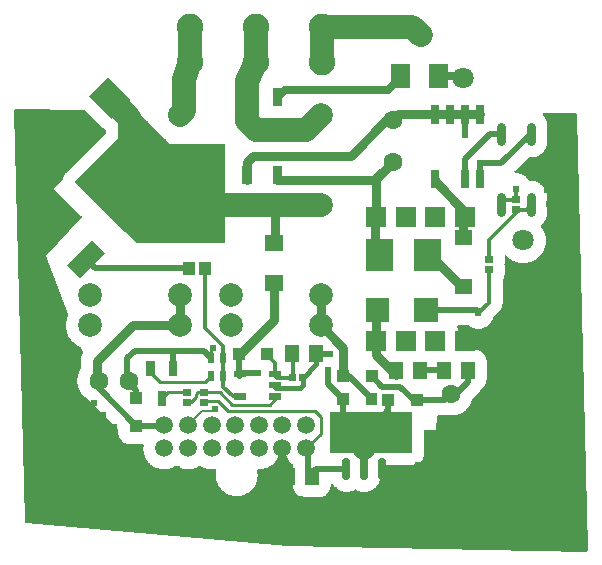
<source format=gbl>
G04 Layer: BottomLayer*
G04 EasyEDA v6.3.22, 2020-02-05T09:45:25+02:00*
G04 0beb7f22875c416991f5e4e823d3f9f6,afbe6106ea7c444a8181c1b12ab228e2,10*
G04 Gerber Generator version 0.2*
G04 Scale: 100 percent, Rotated: No, Reflected: No *
G04 Dimensions in inches *
G04 leading zeros omitted , absolute positions ,2 integer and 4 decimal *
%FSLAX24Y24*%
%MOIN*%
G90*
G70D02*

%ADD10C,0.010000*%
%ADD11C,0.008000*%
%ADD12C,0.020000*%
%ADD13C,0.080000*%
%ADD14C,0.030000*%
%ADD15C,0.012000*%
%ADD16C,0.025000*%
%ADD17C,0.024000*%
%ADD25R,0.070000X0.070000*%
%ADD26C,0.070866*%
%ADD27C,0.088583*%
%ADD28C,0.062992*%
%ADD29C,0.078740*%
%ADD30C,0.059055*%
%ADD31C,0.016000*%
%ADD32C,0.027559*%
%ADD33C,0.031496*%

%LPD*%
G36*
G01X-236Y13488D02*
G01X-242Y13488D01*
G01X-248Y13486D01*
G01X-258Y13482D01*
G01X-263Y13478D01*
G01X-267Y13474D01*
G01X-270Y13470D01*
G01X-273Y13465D01*
G01X-275Y13459D01*
G01X-276Y13454D01*
G01X-276Y13447D01*
G01X85Y-270D01*
G01X85Y-276D01*
G01X87Y-282D01*
G01X89Y-287D01*
G01X92Y-292D01*
G01X96Y-297D01*
G01X100Y-301D01*
G01X105Y-304D01*
G01X110Y-306D01*
G01X116Y-308D01*
G01X121Y-309D01*
G01X8834Y-1056D01*
G01X8837Y-1056D01*
G01X18794Y-1255D01*
G01X18800Y-1255D01*
G01X18806Y-1254D01*
G01X18811Y-1252D01*
G01X18816Y-1249D01*
G01X18821Y-1245D01*
G01X18825Y-1241D01*
G01X18828Y-1237D01*
G01X18831Y-1232D01*
G01X18833Y-1226D01*
G01X18834Y-1221D01*
G01X18835Y-1215D01*
G01X18835Y-1214D01*
G01X18476Y13310D01*
G01X18474Y13322D01*
G01X18468Y13332D01*
G01X18464Y13337D01*
G01X18459Y13341D01*
G01X18454Y13344D01*
G01X18448Y13347D01*
G01X18436Y13349D01*
G01X17375Y13356D01*
G01X17369Y13356D01*
G01X17364Y13355D01*
G01X17358Y13353D01*
G01X17353Y13350D01*
G01X17349Y13347D01*
G01X17345Y13343D01*
G01X17341Y13338D01*
G01X17338Y13333D01*
G01X17336Y13328D01*
G01X17335Y13322D01*
G01X17335Y13311D01*
G01X17339Y13299D01*
G01X17345Y13289D01*
G01X17360Y13273D01*
G01X17374Y13256D01*
G01X17400Y13220D01*
G01X17412Y13202D01*
G01X17423Y13183D01*
G01X17433Y13164D01*
G01X17443Y13144D01*
G01X17452Y13124D01*
G01X17460Y13103D01*
G01X17467Y13083D01*
G01X17473Y13062D01*
G01X17479Y13040D01*
G01X17483Y13019D01*
G01X17487Y12997D01*
G01X17490Y12976D01*
G01X17494Y12932D01*
G01X17494Y12417D01*
G01X17493Y12395D01*
G01X17490Y12374D01*
G01X17488Y12353D01*
G01X17484Y12332D01*
G01X17474Y12290D01*
G01X17468Y12270D01*
G01X17461Y12249D01*
G01X17454Y12229D01*
G01X17445Y12210D01*
G01X17436Y12190D01*
G01X17426Y12171D01*
G01X17416Y12153D01*
G01X17404Y12134D01*
G01X17392Y12117D01*
G01X17380Y12099D01*
G01X17367Y12083D01*
G01X17353Y12066D01*
G01X17323Y12036D01*
G01X17307Y12021D01*
G01X17291Y12007D01*
G01X17257Y11981D01*
G01X17239Y11969D01*
G01X17221Y11958D01*
G01X17202Y11947D01*
G01X17183Y11938D01*
G01X17164Y11928D01*
G01X17124Y11912D01*
G01X17084Y11900D01*
G01X17063Y11894D01*
G01X17021Y11886D01*
G01X17000Y11883D01*
G01X16978Y11881D01*
G01X16957Y11880D01*
G01X16905Y11880D01*
G01X16874Y11883D01*
G01X16864Y11883D01*
G01X16852Y11879D01*
G01X16846Y11876D01*
G01X16842Y11871D01*
G01X16402Y11432D01*
G01X16398Y11427D01*
G01X16395Y11422D01*
G01X16391Y11410D01*
G01X16391Y11398D01*
G01X16392Y11393D01*
G01X16394Y11387D01*
G01X16397Y11382D01*
G01X16409Y11370D01*
G01X16419Y11366D01*
G01X16425Y11364D01*
G01X16457Y11364D01*
G01X16477Y11362D01*
G01X16498Y11360D01*
G01X16519Y11357D01*
G01X16539Y11354D01*
G01X16560Y11349D01*
G01X16580Y11344D01*
G01X16600Y11337D01*
G01X16619Y11331D01*
G01X16639Y11323D01*
G01X16658Y11314D01*
G01X16676Y11305D01*
G01X16695Y11295D01*
G01X16713Y11284D01*
G01X16730Y11273D01*
G01X16747Y11261D01*
G01X16763Y11248D01*
G01X16795Y11220D01*
G01X16810Y11206D01*
G01X16824Y11190D01*
G01X16837Y11175D01*
G01X16863Y11141D01*
G01X16874Y11124D01*
G01X16886Y11112D01*
G01X16891Y11109D01*
G01X16897Y11107D01*
G01X16902Y11106D01*
G01X16957Y11106D01*
G01X16978Y11105D01*
G01X17000Y11103D01*
G01X17021Y11100D01*
G01X17063Y11092D01*
G01X17084Y11086D01*
G01X17104Y11080D01*
G01X17144Y11066D01*
G01X17164Y11057D01*
G01X17202Y11039D01*
G01X17221Y11028D01*
G01X17239Y11017D01*
G01X17257Y11005D01*
G01X17291Y10979D01*
G01X17307Y10965D01*
G01X17323Y10950D01*
G01X17338Y10935D01*
G01X17353Y10919D01*
G01X17367Y10903D01*
G01X17380Y10886D01*
G01X17392Y10869D01*
G01X17416Y10833D01*
G01X17426Y10815D01*
G01X17436Y10796D01*
G01X17445Y10776D01*
G01X17454Y10757D01*
G01X17461Y10737D01*
G01X17468Y10716D01*
G01X17474Y10696D01*
G01X17484Y10654D01*
G01X17488Y10633D01*
G01X17490Y10612D01*
G01X17493Y10591D01*
G01X17494Y10569D01*
G01X17494Y10054D01*
G01X17492Y10033D01*
G01X17490Y10011D01*
G01X17487Y9990D01*
G01X17484Y9968D01*
G01X17474Y9926D01*
G01X17467Y9906D01*
G01X17460Y9885D01*
G01X17453Y9865D01*
G01X17435Y9825D01*
G01X17425Y9806D01*
G01X17414Y9788D01*
G01X17402Y9769D01*
G01X17390Y9751D01*
G01X17364Y9717D01*
G01X17334Y9685D01*
G01X17319Y9670D01*
G01X17303Y9655D01*
G01X17286Y9641D01*
G01X17278Y9633D01*
G01X17275Y9628D01*
G01X17273Y9622D01*
G01X17271Y9610D01*
G01X17272Y9604D01*
G01X17274Y9597D01*
G01X17276Y9591D01*
G01X17280Y9586D01*
G01X17295Y9566D01*
G01X17310Y9545D01*
G01X17323Y9524D01*
G01X17337Y9503D01*
G01X17361Y9459D01*
G01X17371Y9436D01*
G01X17382Y9413D01*
G01X17391Y9390D01*
G01X17400Y9366D01*
G01X17421Y9294D01*
G01X17431Y9244D01*
G01X17434Y9220D01*
G01X17437Y9195D01*
G01X17439Y9170D01*
G01X17441Y9144D01*
G01X17441Y9095D01*
G01X17437Y9045D01*
G01X17435Y9021D01*
G01X17431Y8996D01*
G01X17421Y8948D01*
G01X17415Y8924D01*
G01X17408Y8900D01*
G01X17401Y8877D01*
G01X17393Y8853D01*
G01X17384Y8830D01*
G01X17374Y8808D01*
G01X17363Y8785D01*
G01X17352Y8763D01*
G01X17340Y8742D01*
G01X17314Y8700D01*
G01X17300Y8679D01*
G01X17285Y8660D01*
G01X17270Y8640D01*
G01X17254Y8621D01*
G01X17220Y8585D01*
G01X17184Y8551D01*
G01X17165Y8536D01*
G01X17145Y8520D01*
G01X17126Y8505D01*
G01X17105Y8491D01*
G01X17085Y8478D01*
G01X17063Y8465D01*
G01X17042Y8453D01*
G01X17020Y8442D01*
G01X16997Y8431D01*
G01X16975Y8422D01*
G01X16952Y8412D01*
G01X16928Y8404D01*
G01X16905Y8397D01*
G01X16881Y8390D01*
G01X16857Y8384D01*
G01X16809Y8374D01*
G01X16784Y8371D01*
G01X16760Y8368D01*
G01X16710Y8364D01*
G01X16661Y8364D01*
G01X16636Y8366D01*
G01X16612Y8368D01*
G01X16562Y8374D01*
G01X16514Y8384D01*
G01X16490Y8390D01*
G01X16466Y8397D01*
G01X16443Y8404D01*
G01X16419Y8413D01*
G01X16396Y8422D01*
G01X16374Y8432D01*
G01X16351Y8442D01*
G01X16329Y8453D01*
G01X16308Y8466D01*
G01X16286Y8478D01*
G01X16266Y8492D01*
G01X16245Y8506D01*
G01X16225Y8521D01*
G01X16206Y8536D01*
G01X16187Y8552D01*
G01X16151Y8586D01*
G01X16134Y8604D01*
G01X16129Y8608D01*
G01X16123Y8612D01*
G01X16111Y8616D01*
G01X16099Y8616D01*
G01X16093Y8615D01*
G01X16088Y8613D01*
G01X16078Y8607D01*
G01X16074Y8603D01*
G01X16068Y8593D01*
G01X16066Y8588D01*
G01X16065Y8582D01*
G01X16065Y8359D01*
G01X16064Y8337D01*
G01X16062Y8314D01*
G01X16062Y8306D01*
G01X16064Y8283D01*
G01X16065Y8261D01*
G01X16065Y8025D01*
G01X16063Y7987D01*
G01X16061Y7969D01*
G01X16058Y7950D01*
G01X16054Y7932D01*
G01X16049Y7914D01*
G01X16037Y7878D01*
G01X16021Y7844D01*
G01X16012Y7827D01*
G01X16003Y7811D01*
G01X15999Y7804D01*
G01X15997Y7797D01*
G01X15997Y7043D01*
G01X15995Y7003D01*
G01X15993Y6983D01*
G01X15990Y6963D01*
G01X15986Y6943D01*
G01X15981Y6924D01*
G01X15975Y6904D01*
G01X15969Y6885D01*
G01X15962Y6867D01*
G01X15953Y6848D01*
G01X15945Y6830D01*
G01X15935Y6812D01*
G01X15924Y6795D01*
G01X15913Y6779D01*
G01X15901Y6762D01*
G01X15889Y6747D01*
G01X15876Y6732D01*
G01X15862Y6717D01*
G01X15686Y6541D01*
G01X15683Y6535D01*
G01X15680Y6530D01*
G01X15666Y6490D01*
G01X15648Y6452D01*
G01X15638Y6434D01*
G01X15627Y6416D01*
G01X15615Y6398D01*
G01X15603Y6381D01*
G01X15590Y6364D01*
G01X15576Y6348D01*
G01X15562Y6333D01*
G01X15547Y6318D01*
G01X15532Y6304D01*
G01X15516Y6290D01*
G01X15499Y6277D01*
G01X15465Y6253D01*
G01X15447Y6242D01*
G01X15428Y6232D01*
G01X15410Y6223D01*
G01X15390Y6214D01*
G01X15371Y6206D01*
G01X15351Y6199D01*
G01X15311Y6187D01*
G01X15269Y6179D01*
G01X15249Y6176D01*
G01X15207Y6172D01*
G01X15165Y6172D01*
G01X15125Y6176D01*
G01X15104Y6178D01*
G01X15064Y6186D01*
G01X15045Y6191D01*
G01X15025Y6197D01*
G01X14987Y6211D01*
G01X14968Y6220D01*
G01X14932Y6238D01*
G01X14914Y6248D01*
G01X14897Y6259D01*
G01X14880Y6271D01*
G01X14864Y6283D01*
G01X14858Y6287D01*
G01X14852Y6290D01*
G01X14846Y6291D01*
G01X14839Y6292D01*
G01X14521Y6292D01*
G01X14515Y6290D01*
G01X14505Y6286D01*
G01X14500Y6282D01*
G01X14496Y6278D01*
G01X14493Y6274D01*
G01X14490Y6269D01*
G01X14488Y6263D01*
G01X14487Y6258D01*
G01X14487Y6246D01*
G01X14488Y6240D01*
G01X14494Y6222D01*
G01X14498Y6205D01*
G01X14502Y6187D01*
G01X14505Y6169D01*
G01X14507Y6151D01*
G01X14508Y6133D01*
G01X14508Y5515D01*
G01X14509Y5510D01*
G01X14510Y5504D01*
G01X14512Y5499D01*
G01X14518Y5489D01*
G01X14522Y5485D01*
G01X14532Y5479D01*
G01X14537Y5477D01*
G01X14543Y5476D01*
G01X14548Y5475D01*
G01X14554Y5476D01*
G01X14571Y5478D01*
G01X14589Y5479D01*
G01X15082Y5479D01*
G01X15100Y5478D01*
G01X15118Y5476D01*
G01X15136Y5473D01*
G01X15153Y5469D01*
G01X15171Y5465D01*
G01X15188Y5460D01*
G01X15205Y5454D01*
G01X15222Y5447D01*
G01X15238Y5440D01*
G01X15254Y5432D01*
G01X15270Y5423D01*
G01X15300Y5403D01*
G01X15314Y5392D01*
G01X15328Y5380D01*
G01X15354Y5356D01*
G01X15378Y5328D01*
G01X15388Y5314D01*
G01X15399Y5299D01*
G01X15408Y5284D01*
G01X15417Y5268D01*
G01X15433Y5236D01*
G01X15451Y5185D01*
G01X15455Y5168D01*
G01X15459Y5150D01*
G01X15465Y5096D01*
G01X15465Y4489D01*
G01X15461Y4453D01*
G01X15455Y4417D01*
G01X15450Y4399D01*
G01X15445Y4382D01*
G01X15439Y4364D01*
G01X15432Y4347D01*
G01X15424Y4331D01*
G01X15415Y4314D01*
G01X15406Y4299D01*
G01X15396Y4283D01*
G01X15386Y4268D01*
G01X15375Y4254D01*
G01X15363Y4240D01*
G01X15337Y4214D01*
G01X15309Y4190D01*
G01X15294Y4179D01*
G01X15289Y4175D01*
G01X15285Y4170D01*
G01X15282Y4165D01*
G01X15271Y4145D01*
G01X15260Y4126D01*
G01X15247Y4107D01*
G01X15234Y4089D01*
G01X15220Y4072D01*
G01X15205Y4055D01*
G01X15190Y4039D01*
G01X14991Y3840D01*
G01X14987Y3835D01*
G01X14983Y3828D01*
G01X14981Y3821D01*
G01X14975Y3798D01*
G01X14967Y3774D01*
G01X14960Y3751D01*
G01X14951Y3729D01*
G01X14942Y3706D01*
G01X14931Y3684D01*
G01X14921Y3662D01*
G01X14897Y3620D01*
G01X14883Y3599D01*
G01X14870Y3579D01*
G01X14855Y3559D01*
G01X14840Y3540D01*
G01X14824Y3521D01*
G01X14808Y3503D01*
G01X14791Y3486D01*
G01X14773Y3469D01*
G01X14737Y3437D01*
G01X14717Y3422D01*
G01X14698Y3407D01*
G01X14678Y3394D01*
G01X14636Y3368D01*
G01X14614Y3357D01*
G01X14593Y3346D01*
G01X14570Y3336D01*
G01X14548Y3327D01*
G01X14525Y3318D01*
G01X14502Y3310D01*
G01X14478Y3303D01*
G01X14455Y3297D01*
G01X14407Y3287D01*
G01X14359Y3281D01*
G01X14334Y3279D01*
G01X14310Y3277D01*
G01X14261Y3277D01*
G01X14211Y3281D01*
G01X14186Y3284D01*
G01X14161Y3288D01*
G01X14136Y3293D01*
G01X14128Y3294D01*
G01X14125Y3294D01*
G01X14086Y3292D01*
G01X13853Y3292D01*
G01X13841Y3288D01*
G01X13836Y3285D01*
G01X13831Y3281D01*
G01X13827Y3277D01*
G01X13824Y3272D01*
G01X13821Y3266D01*
G01X13820Y3261D01*
G01X13819Y3255D01*
G01X13786Y2793D01*
G01X13428Y2808D01*
G01X13421Y2808D01*
G01X13415Y2806D01*
G01X13405Y2802D01*
G01X13400Y2798D01*
G01X13396Y2794D01*
G01X13393Y2790D01*
G01X13390Y2785D01*
G01X13388Y2779D01*
G01X13387Y2774D01*
G01X13387Y2043D01*
G01X13385Y2007D01*
G01X13383Y1989D01*
G01X13380Y1971D01*
G01X13377Y1954D01*
G01X13372Y1936D01*
G01X13367Y1919D01*
G01X13361Y1902D01*
G01X13354Y1885D01*
G01X13347Y1869D01*
G01X13339Y1853D01*
G01X13330Y1837D01*
G01X13310Y1807D01*
G01X13288Y1779D01*
G01X13276Y1766D01*
G01X13263Y1753D01*
G01X13250Y1741D01*
G01X13236Y1729D01*
G01X13221Y1719D01*
G01X13207Y1708D01*
G01X13191Y1699D01*
G01X13176Y1690D01*
G01X13160Y1682D01*
G01X13143Y1674D01*
G01X13127Y1668D01*
G01X13110Y1662D01*
G01X13092Y1656D01*
G01X13075Y1652D01*
G01X13057Y1648D01*
G01X13039Y1646D01*
G01X13022Y1644D01*
G01X13004Y1642D01*
G01X11970Y1642D01*
G01X11958Y1640D01*
G01X11952Y1638D01*
G01X11947Y1635D01*
G01X11942Y1631D01*
G01X11937Y1625D01*
G01X11932Y1620D01*
G01X11929Y1615D01*
G01X11925Y1603D01*
G01X11924Y1596D01*
G01X11924Y1251D01*
G01X11923Y1230D01*
G01X11921Y1209D01*
G01X11918Y1188D01*
G01X11914Y1167D01*
G01X11910Y1147D01*
G01X11904Y1126D01*
G01X11898Y1106D01*
G01X11891Y1086D01*
G01X11883Y1066D01*
G01X11875Y1047D01*
G01X11866Y1028D01*
G01X11856Y1009D01*
G01X11834Y973D01*
G01X11822Y956D01*
G01X11809Y939D01*
G01X11795Y922D01*
G01X11781Y907D01*
G01X11767Y891D01*
G01X11751Y877D01*
G01X11736Y863D01*
G01X11719Y849D01*
G01X11702Y836D01*
G01X11685Y824D01*
G01X11649Y802D01*
G01X11630Y792D01*
G01X11611Y783D01*
G01X11592Y775D01*
G01X11572Y767D01*
G01X11552Y760D01*
G01X11532Y754D01*
G01X11511Y748D01*
G01X11491Y744D01*
G01X11470Y740D01*
G01X11449Y737D01*
G01X11428Y735D01*
G01X11407Y734D01*
G01X11363Y734D01*
G01X11341Y735D01*
G01X11297Y741D01*
G01X11275Y745D01*
G01X11254Y750D01*
G01X11232Y756D01*
G01X11190Y770D01*
G01X11170Y779D01*
G01X11149Y788D01*
G01X11130Y798D01*
G01X11110Y809D01*
G01X11104Y812D01*
G01X11097Y814D01*
G01X11090Y815D01*
G01X11083Y814D01*
G01X11076Y812D01*
G01X11069Y809D01*
G01X11050Y798D01*
G01X11030Y788D01*
G01X11010Y779D01*
G01X10990Y771D01*
G01X10969Y763D01*
G01X10948Y756D01*
G01X10926Y750D01*
G01X10905Y745D01*
G01X10883Y741D01*
G01X10861Y738D01*
G01X10817Y734D01*
G01X10774Y734D01*
G01X10711Y740D01*
G01X10691Y744D01*
G01X10670Y748D01*
G01X10610Y766D01*
G01X10572Y782D01*
G01X10553Y791D01*
G01X10534Y801D01*
G01X10516Y811D01*
G01X10499Y823D01*
G01X10481Y834D01*
G01X10465Y847D01*
G01X10448Y860D01*
G01X10433Y874D01*
G01X10417Y888D01*
G01X10389Y918D01*
G01X10375Y934D01*
G01X10363Y951D01*
G01X10350Y968D01*
G01X10339Y985D01*
G01X10336Y990D01*
G01X10331Y994D01*
G01X10327Y998D01*
G01X10322Y1000D01*
G01X10316Y1002D01*
G01X10311Y1004D01*
G01X10299Y1004D01*
G01X10289Y1000D01*
G01X10283Y998D01*
G01X10271Y986D01*
G01X10269Y981D01*
G01X10267Y975D01*
G01X10266Y970D01*
G01X10265Y964D01*
G01X10265Y939D01*
G01X10264Y921D01*
G01X10261Y904D01*
G01X10259Y886D01*
G01X10255Y868D01*
G01X10251Y851D01*
G01X10245Y834D01*
G01X10240Y817D01*
G01X10233Y800D01*
G01X10225Y783D01*
G01X10217Y767D01*
G01X10199Y737D01*
G01X10189Y722D01*
G01X10178Y707D01*
G01X10166Y694D01*
G01X10154Y680D01*
G01X10141Y668D01*
G01X10128Y655D01*
G01X10100Y633D01*
G01X10070Y613D01*
G01X10054Y604D01*
G01X10038Y596D01*
G01X10022Y589D01*
G01X10005Y582D01*
G01X9988Y576D01*
G01X9971Y571D01*
G01X9953Y566D01*
G01X9936Y563D01*
G01X9918Y560D01*
G01X9900Y558D01*
G01X9864Y556D01*
G01X9407Y556D01*
G01X9371Y558D01*
G01X9354Y560D01*
G01X9318Y566D01*
G01X9284Y576D01*
G01X9267Y582D01*
G01X9233Y596D01*
G01X9217Y604D01*
G01X9202Y613D01*
G01X9172Y633D01*
G01X9157Y644D01*
G01X9144Y655D01*
G01X9130Y668D01*
G01X9118Y680D01*
G01X9105Y694D01*
G01X9094Y707D01*
G01X9083Y722D01*
G01X9063Y752D01*
G01X9054Y767D01*
G01X9046Y783D01*
G01X9032Y817D01*
G01X9026Y834D01*
G01X9016Y868D01*
G01X9010Y904D01*
G01X9008Y921D01*
G01X9006Y957D01*
G01X9006Y1195D01*
G01X9004Y1243D01*
G01X9004Y1635D01*
G01X9002Y1641D01*
G01X8998Y1651D01*
G01X8994Y1656D01*
G01X8990Y1660D01*
G01X8956Y1692D01*
G01X8939Y1709D01*
G01X8923Y1727D01*
G01X8908Y1745D01*
G01X8893Y1764D01*
G01X8879Y1783D01*
G01X8853Y1823D01*
G01X8841Y1843D01*
G01X8819Y1885D01*
G01X8809Y1907D01*
G01X8800Y1929D01*
G01X8792Y1951D01*
G01X8784Y1974D01*
G01X8777Y1997D01*
G01X8771Y2020D01*
G01X8766Y2043D01*
G01X8762Y2066D01*
G01X8758Y2090D01*
G01X8755Y2113D01*
G01X8753Y2137D01*
G01X8752Y2161D01*
G01X8752Y2210D01*
G01X8753Y2235D01*
G01X8754Y2238D01*
G01X8753Y2243D01*
G01X8752Y2249D01*
G01X8750Y2254D01*
G01X8744Y2264D01*
G01X8740Y2268D01*
G01X8730Y2274D01*
G01X8725Y2276D01*
G01X8719Y2277D01*
G01X8714Y2278D01*
G01X8711Y2277D01*
G01X8686Y2276D01*
G01X8635Y2276D01*
G01X8610Y2277D01*
G01X8607Y2278D01*
G01X8602Y2277D01*
G01X8596Y2276D01*
G01X8591Y2274D01*
G01X8581Y2268D01*
G01X8577Y2264D01*
G01X8571Y2254D01*
G01X8569Y2249D01*
G01X8568Y2243D01*
G01X8567Y2238D01*
G01X8568Y2235D01*
G01X8569Y2210D01*
G01X8569Y2161D01*
G01X8568Y2137D01*
G01X8566Y2113D01*
G01X8563Y2090D01*
G01X8559Y2066D01*
G01X8555Y2043D01*
G01X8550Y2020D01*
G01X8544Y1997D01*
G01X8537Y1974D01*
G01X8529Y1951D01*
G01X8521Y1929D01*
G01X8512Y1907D01*
G01X8502Y1885D01*
G01X8480Y1843D01*
G01X8468Y1823D01*
G01X8442Y1783D01*
G01X8428Y1764D01*
G01X8413Y1745D01*
G01X8398Y1727D01*
G01X8382Y1709D01*
G01X8365Y1692D01*
G01X8331Y1660D01*
G01X8312Y1644D01*
G01X8294Y1630D01*
G01X8275Y1616D01*
G01X8255Y1602D01*
G01X8235Y1590D01*
G01X8193Y1566D01*
G01X8172Y1556D01*
G01X8150Y1546D01*
G01X8129Y1537D01*
G01X8106Y1528D01*
G01X8084Y1521D01*
G01X8061Y1514D01*
G01X8038Y1508D01*
G01X8015Y1503D01*
G01X7991Y1498D01*
G01X7968Y1495D01*
G01X7944Y1492D01*
G01X7921Y1490D01*
G01X7873Y1488D01*
G01X7850Y1488D01*
G01X7844Y1487D01*
G01X7839Y1485D01*
G01X7829Y1479D01*
G01X7825Y1475D01*
G01X7819Y1465D01*
G01X7817Y1460D01*
G01X7815Y1448D01*
G01X7816Y1440D01*
G01X7821Y1416D01*
G01X7825Y1391D01*
G01X7828Y1367D01*
G01X7830Y1342D01*
G01X7832Y1318D01*
G01X7832Y1269D01*
G01X7830Y1245D01*
G01X7828Y1222D01*
G01X7825Y1198D01*
G01X7822Y1175D01*
G01X7817Y1151D01*
G01X7812Y1128D01*
G01X7806Y1105D01*
G01X7799Y1082D01*
G01X7792Y1060D01*
G01X7774Y1016D01*
G01X7764Y994D01*
G01X7754Y973D01*
G01X7743Y952D01*
G01X7731Y931D01*
G01X7705Y891D01*
G01X7690Y872D01*
G01X7676Y854D01*
G01X7660Y835D01*
G01X7645Y818D01*
G01X7611Y784D01*
G01X7593Y768D01*
G01X7575Y753D01*
G01X7556Y738D01*
G01X7537Y724D01*
G01X7518Y711D01*
G01X7497Y698D01*
G01X7477Y686D01*
G01X7435Y664D01*
G01X7413Y654D01*
G01X7391Y645D01*
G01X7369Y637D01*
G01X7346Y629D01*
G01X7324Y623D01*
G01X7301Y616D01*
G01X7277Y611D01*
G01X7254Y607D01*
G01X7230Y603D01*
G01X7207Y600D01*
G01X7183Y598D01*
G01X7159Y597D01*
G01X7112Y597D01*
G01X7088Y598D01*
G01X7064Y600D01*
G01X7041Y603D01*
G01X7017Y607D01*
G01X6994Y611D01*
G01X6971Y616D01*
G01X6948Y623D01*
G01X6925Y629D01*
G01X6903Y637D01*
G01X6880Y645D01*
G01X6858Y654D01*
G01X6837Y664D01*
G01X6815Y675D01*
G01X6794Y686D01*
G01X6774Y698D01*
G01X6734Y724D01*
G01X6715Y738D01*
G01X6696Y753D01*
G01X6678Y768D01*
G01X6660Y784D01*
G01X6643Y801D01*
G01X6611Y835D01*
G01X6596Y854D01*
G01X6581Y872D01*
G01X6567Y891D01*
G01X6553Y911D01*
G01X6541Y931D01*
G01X6517Y973D01*
G01X6507Y994D01*
G01X6497Y1016D01*
G01X6488Y1038D01*
G01X6472Y1082D01*
G01X6465Y1105D01*
G01X6459Y1128D01*
G01X6454Y1151D01*
G01X6450Y1175D01*
G01X6446Y1198D01*
G01X6443Y1222D01*
G01X6441Y1245D01*
G01X6439Y1293D01*
G01X6441Y1345D01*
G01X6444Y1372D01*
G01X6447Y1398D01*
G01X6452Y1423D01*
G01X6457Y1449D01*
G01X6458Y1458D01*
G01X6458Y1464D01*
G01X6457Y1469D01*
G01X6455Y1475D01*
G01X6452Y1480D01*
G01X6440Y1492D01*
G01X6435Y1494D01*
G01X6429Y1496D01*
G01X6424Y1498D01*
G01X6418Y1498D01*
G01X6412Y1497D01*
G01X6383Y1493D01*
G01X6327Y1489D01*
G01X6298Y1488D01*
G01X6274Y1489D01*
G01X6249Y1490D01*
G01X6225Y1492D01*
G01X6200Y1495D01*
G01X6176Y1499D01*
G01X6128Y1509D01*
G01X6104Y1516D01*
G01X6081Y1523D01*
G01X6058Y1531D01*
G01X6035Y1540D01*
G01X6012Y1550D01*
G01X5990Y1560D01*
G01X5968Y1571D01*
G01X5947Y1583D01*
G01X5926Y1596D01*
G01X5912Y1602D01*
G01X5897Y1602D01*
G01X5883Y1596D01*
G01X5862Y1583D01*
G01X5841Y1571D01*
G01X5819Y1560D01*
G01X5797Y1550D01*
G01X5774Y1540D01*
G01X5751Y1531D01*
G01X5728Y1523D01*
G01X5705Y1516D01*
G01X5681Y1509D01*
G01X5633Y1499D01*
G01X5609Y1495D01*
G01X5584Y1492D01*
G01X5560Y1490D01*
G01X5535Y1489D01*
G01X5511Y1488D01*
G01X5486Y1489D01*
G01X5462Y1490D01*
G01X5437Y1492D01*
G01X5413Y1495D01*
G01X5389Y1499D01*
G01X5341Y1509D01*
G01X5317Y1516D01*
G01X5294Y1523D01*
G01X5270Y1531D01*
G01X5248Y1540D01*
G01X5225Y1550D01*
G01X5203Y1560D01*
G01X5181Y1571D01*
G01X5160Y1583D01*
G01X5139Y1596D01*
G01X5125Y1602D01*
G01X5110Y1602D01*
G01X5102Y1599D01*
G01X5096Y1596D01*
G01X5075Y1583D01*
G01X5053Y1571D01*
G01X5032Y1560D01*
G01X5009Y1550D01*
G01X4987Y1540D01*
G01X4964Y1531D01*
G01X4941Y1523D01*
G01X4917Y1516D01*
G01X4894Y1509D01*
G01X4846Y1499D01*
G01X4821Y1495D01*
G01X4797Y1492D01*
G01X4773Y1490D01*
G01X4723Y1488D01*
G01X4700Y1489D01*
G01X4676Y1490D01*
G01X4652Y1492D01*
G01X4629Y1495D01*
G01X4605Y1498D01*
G01X4559Y1508D01*
G01X4536Y1514D01*
G01X4490Y1528D01*
G01X4446Y1546D01*
G01X4424Y1556D01*
G01X4403Y1566D01*
G01X4382Y1578D01*
G01X4342Y1602D01*
G01X4322Y1616D01*
G01X4284Y1644D01*
G01X4248Y1676D01*
G01X4231Y1692D01*
G01X4215Y1709D01*
G01X4183Y1745D01*
G01X4155Y1783D01*
G01X4141Y1803D01*
G01X4117Y1843D01*
G01X4105Y1864D01*
G01X4095Y1885D01*
G01X4085Y1907D01*
G01X4067Y1951D01*
G01X4053Y1997D01*
G01X4047Y2020D01*
G01X4037Y2066D01*
G01X4034Y2090D01*
G01X4031Y2113D01*
G01X4029Y2137D01*
G01X4028Y2161D01*
G01X4027Y2184D01*
G01X4028Y2216D01*
G01X4030Y2247D01*
G01X4033Y2277D01*
G01X4034Y2283D01*
G01X4033Y2289D01*
G01X4032Y2294D01*
G01X4030Y2299D01*
G01X4024Y2309D01*
G01X4020Y2313D01*
G01X4010Y2319D01*
G01X4005Y2321D01*
G01X3999Y2322D01*
G01X3994Y2323D01*
G01X3571Y2323D01*
G01X3553Y2324D01*
G01X3535Y2326D01*
G01X3517Y2329D01*
G01X3500Y2333D01*
G01X3482Y2337D01*
G01X3465Y2342D01*
G01X3448Y2348D01*
G01X3431Y2355D01*
G01X3415Y2362D01*
G01X3399Y2371D01*
G01X3383Y2379D01*
G01X3353Y2399D01*
G01X3339Y2410D01*
G01X3325Y2422D01*
G01X3312Y2434D01*
G01X3299Y2447D01*
G01X3287Y2460D01*
G01X3275Y2474D01*
G01X3264Y2488D01*
G01X3254Y2503D01*
G01X3245Y2518D01*
G01X3236Y2534D01*
G01X3220Y2566D01*
G01X3213Y2583D01*
G01X3207Y2600D01*
G01X3202Y2617D01*
G01X3198Y2634D01*
G01X3194Y2652D01*
G01X3191Y2670D01*
G01X3189Y2688D01*
G01X3188Y2706D01*
G01X3188Y2816D01*
G01X3186Y2828D01*
G01X3183Y2834D01*
G01X3180Y2839D01*
G01X3176Y2844D01*
G01X2224Y3796D01*
G01X2219Y3800D01*
G01X2214Y3803D01*
G01X2193Y3815D01*
G01X2172Y3826D01*
G01X2151Y3839D01*
G01X2131Y3852D01*
G01X2093Y3880D01*
G01X2074Y3896D01*
G01X2056Y3911D01*
G01X2005Y3962D01*
G01X1989Y3980D01*
G01X1974Y3999D01*
G01X1946Y4037D01*
G01X1933Y4057D01*
G01X1920Y4078D01*
G01X1908Y4098D01*
G01X1897Y4120D01*
G01X1886Y4141D01*
G01X1868Y4185D01*
G01X1859Y4208D01*
G01X1845Y4254D01*
G01X1839Y4277D01*
G01X1834Y4300D01*
G01X1830Y4324D01*
G01X1826Y4347D01*
G01X1823Y4371D01*
G01X1821Y4395D01*
G01X1820Y4419D01*
G01X1820Y4468D01*
G01X1821Y4493D01*
G01X1827Y4543D01*
G01X1831Y4567D01*
G01X1835Y4592D01*
G01X1847Y4640D01*
G01X1863Y4688D01*
G01X1872Y4711D01*
G01X1892Y4757D01*
G01X1916Y4801D01*
G01X1929Y4823D01*
G01X1932Y4829D01*
G01X1934Y4836D01*
G01X1935Y4844D01*
G01X1935Y5114D01*
G01X1936Y5136D01*
G01X1938Y5157D01*
G01X1941Y5179D01*
G01X1945Y5200D01*
G01X1950Y5221D01*
G01X1955Y5241D01*
G01X1961Y5262D01*
G01X1968Y5282D01*
G01X1976Y5302D01*
G01X1985Y5322D01*
G01X1994Y5341D01*
G01X2004Y5360D01*
G01X2007Y5367D01*
G01X2008Y5373D01*
G01X2009Y5380D01*
G01X2008Y5387D01*
G01X2006Y5394D01*
G01X1951Y5540D01*
G01X1948Y5546D01*
G01X1944Y5551D01*
G01X1940Y5555D01*
G01X1935Y5559D01*
G01X1929Y5562D01*
G01X1906Y5573D01*
G01X1882Y5584D01*
G01X1860Y5596D01*
G01X1837Y5609D01*
G01X1815Y5622D01*
G01X1794Y5636D01*
G01X1773Y5651D01*
G01X1752Y5667D01*
G01X1732Y5683D01*
G01X1694Y5717D01*
G01X1675Y5735D01*
G01X1658Y5754D01*
G01X1640Y5773D01*
G01X1608Y5813D01*
G01X1578Y5855D01*
G01X1565Y5877D01*
G01X1551Y5899D01*
G01X1527Y5945D01*
G01X1516Y5968D01*
G01X1506Y5992D01*
G01X1488Y6040D01*
G01X1481Y6064D01*
G01X1467Y6114D01*
G01X1462Y6139D01*
G01X1457Y6165D01*
G01X1454Y6190D01*
G01X1451Y6216D01*
G01X1449Y6242D01*
G01X1447Y6267D01*
G01X1447Y6320D01*
G01X1449Y6346D01*
G01X1451Y6373D01*
G01X1454Y6400D01*
G01X1458Y6426D01*
G01X1463Y6452D01*
G01X1469Y6478D01*
G01X1483Y6530D01*
G01X1501Y6580D01*
G01X1511Y6605D01*
G01X1522Y6630D01*
G01X1524Y6635D01*
G01X1526Y6647D01*
G01X1525Y6654D01*
G01X1523Y6661D01*
G01X786Y8593D01*
G01X1960Y9865D01*
G01X1963Y9869D01*
G01X1966Y9875D01*
G01X1968Y9880D01*
G01X1970Y9886D01*
G01X1970Y9898D01*
G01X1966Y9910D01*
G01X1963Y9915D01*
G01X1958Y9920D01*
G01X1036Y10843D01*
G01X1334Y11158D01*
G01X1338Y11164D01*
G01X1342Y11171D01*
G01X1344Y11178D01*
G01X1348Y11196D01*
G01X1354Y11215D01*
G01X1360Y11233D01*
G01X1367Y11250D01*
G01X1375Y11268D01*
G01X1384Y11285D01*
G01X1393Y11301D01*
G01X1403Y11318D01*
G01X1415Y11333D01*
G01X1426Y11348D01*
G01X1439Y11363D01*
G01X1452Y11377D01*
G01X2773Y12697D01*
G01X2777Y12702D01*
G01X2780Y12707D01*
G01X2783Y12713D01*
G01X2784Y12719D01*
G01X2785Y12726D01*
G01X2785Y12774D01*
G01X2783Y12786D01*
G01X2781Y12792D01*
G01X2778Y12797D01*
G01X2774Y12802D01*
G01X2769Y12806D01*
G01X2764Y12809D01*
G01X2748Y12818D01*
G01X2733Y12829D01*
G01X2718Y12839D01*
G01X2703Y12851D01*
G01X2689Y12863D01*
G01X2676Y12876D01*
G01X2092Y13459D01*
G01X2088Y13463D01*
G01X2082Y13466D01*
G01X2077Y13469D01*
G01X2065Y13471D01*
G01X-236Y13488D01*
G37*

%LPD*%
G54D12*
G01X15186Y6743D02*
G01X15136Y6793D01*
G01X13446Y6793D01*
G54D14*
G01X7478Y11144D02*
G01X7478Y11735D01*
G01X7686Y11943D01*
G01X10936Y11943D01*
G01X12114Y13121D01*
G01X12336Y13121D01*
G54D12*
G01X13236Y4793D02*
G01X14036Y4793D01*
G54D15*
G01X15536Y8143D02*
G01X15536Y7043D01*
G01X15186Y6693D01*
G54D12*
G01X10686Y3843D02*
G01X10686Y3193D01*
G01X11386Y2493D01*
G54D13*
G01X2900Y13857D02*
G01X3586Y13171D01*
G01X3586Y12443D01*
G01X3586Y12443D02*
G01X3586Y12143D01*
G01X3586Y12143D02*
G01X3586Y11243D01*
G01X3586Y11243D02*
G01X3586Y11243D01*
G01X3486Y11143D01*
G01X5242Y10293D02*
G01X5986Y10293D01*
G01X5986Y10293D02*
G01X6386Y10293D01*
G01X6386Y10293D02*
G01X6786Y10293D01*
G01X6786Y10293D02*
G01X7186Y10293D01*
G01X7186Y10293D02*
G01X7636Y10293D01*
G01X7636Y10293D02*
G01X8086Y10293D01*
G01X8086Y10293D02*
G01X8586Y10293D01*
G01X8586Y10293D02*
G01X9086Y10293D01*
G01X9086Y10293D02*
G01X9942Y10293D01*
G01X7478Y13742D02*
G01X7478Y14419D01*
G01X7786Y15052D01*
G01X12186Y16233D02*
G01X12195Y16243D01*
G01X12586Y16243D01*
G01X9942Y13293D02*
G01X9442Y12793D01*
G01X12586Y16243D02*
G01X12986Y16243D01*
G01X13279Y15950D01*
G01X9442Y12793D02*
G01X9442Y12793D01*
G01X9036Y12793D01*
G01X9036Y12793D02*
G01X8636Y12793D01*
G01X8636Y12793D02*
G01X8236Y12793D01*
G01X8236Y12793D02*
G01X7786Y12793D01*
G01X7786Y12793D02*
G01X7786Y12793D01*
G01X7478Y13101D01*
G01X7478Y13101D02*
G01X7478Y13101D01*
G01X7478Y13742D01*
G01X5242Y13293D02*
G01X5386Y13437D01*
G01X5386Y14193D01*
G01X5386Y14193D02*
G01X5386Y14502D01*
G01X5386Y14502D02*
G01X5386Y14502D01*
G01X5586Y15052D01*
G54D12*
G01X2536Y4443D02*
G01X2536Y4193D01*
G01X3786Y2943D01*
G01X3786Y2921D01*
G54D13*
G01X5242Y10293D02*
G01X4392Y11143D01*
G01X4392Y11143D02*
G01X4392Y11143D01*
G01X3486Y11143D01*
G01X10286Y16233D02*
G01X11286Y16233D01*
G01X11286Y16233D02*
G01X11736Y16233D01*
G01X11736Y16233D02*
G01X12186Y16233D01*
G01X9986Y16234D02*
G01X9986Y15052D01*
G01X5586Y16234D02*
G01X5586Y15052D01*
G01X7786Y16234D02*
G01X7786Y15052D01*
G54D14*
G01X8386Y7693D02*
G01X8386Y6465D01*
G01X7213Y5293D01*
G54D11*
G01X6397Y3504D02*
G01X6336Y3443D01*
G01X5982Y3443D01*
G01X5511Y2972D01*
G54D14*
G01X5242Y6293D02*
G01X3686Y6293D01*
G01X2486Y5093D01*
G01X2486Y4443D01*
G54D12*
G01X2108Y8493D02*
G01X2408Y8193D01*
G01X5534Y8193D01*
G54D14*
G01X14686Y9843D02*
G01X14686Y10143D01*
G01X13736Y11093D01*
G01X13736Y11172D01*
G01X11789Y9899D02*
G01X11789Y11196D01*
G01X12336Y11743D01*
G01X11789Y9899D02*
G01X11753Y9863D01*
G01X11753Y8543D01*
G01X8494Y11144D02*
G01X11736Y11144D01*
G01X12336Y11743D01*
G54D15*
G01X6683Y4593D02*
G01X6683Y4246D01*
G01X7012Y3919D01*
G01X7246Y3919D01*
G54D14*
G01X14742Y9899D02*
G01X14686Y9843D01*
G01X14686Y9143D01*
G01X14686Y7523D02*
G01X13666Y8543D01*
G01X13486Y8543D01*
G01X11816Y6843D02*
G01X11789Y6816D01*
G01X11789Y5765D01*
G01X9942Y7293D02*
G01X9942Y6293D01*
G01X5242Y7293D02*
G01X5242Y6293D01*
G01X12436Y4643D02*
G01X11789Y5290D01*
G01X11789Y5765D01*
G54D12*
G01X10686Y3843D02*
G01X10186Y4343D01*
G01X10186Y4793D01*
G01X3486Y4443D02*
G01X3486Y5193D01*
G01X3736Y5443D01*
G01X6036Y5443D01*
G01X6286Y5193D01*
G54D10*
G01X9448Y2185D02*
G01X9936Y2672D01*
G01X9936Y3243D01*
G01X9736Y3443D01*
G01X6836Y3443D01*
G01X6503Y3776D01*
G01X6086Y3776D01*
G01X6036Y3726D01*
G54D12*
G01X7236Y4591D02*
G01X7236Y4693D01*
G01X7836Y4693D01*
G54D15*
G01X8986Y5343D02*
G01X9002Y5327D01*
G01X9002Y4543D01*
G01X8417Y4591D02*
G01X8465Y4543D01*
G01X9002Y4543D01*
G01X8158Y5293D02*
G01X8417Y5034D01*
G01X8417Y4591D01*
G54D12*
G01X7236Y4591D02*
G01X7213Y4613D01*
G01X7213Y5293D01*
G54D15*
G01X6679Y5193D02*
G01X6679Y5599D01*
G01X6086Y6193D01*
G01X6086Y8193D01*
G01X16436Y10477D02*
G01X16101Y10477D01*
G01X15936Y10312D01*
G01X16436Y10143D02*
G01X16767Y10143D01*
G01X16936Y10312D01*
G01X16436Y10143D02*
G01X16436Y10043D01*
G01X15536Y9143D01*
G01X15536Y8477D01*
G01X16436Y10843D02*
G01X16436Y10477D01*
G54D14*
G01X8386Y9032D02*
G01X8397Y9043D01*
G01X8397Y10293D01*
G01X9942Y6293D02*
G01X10691Y5544D01*
G01X10691Y4593D01*
G54D31*
G01X8417Y4217D02*
G01X8441Y4193D01*
G01X9236Y4193D01*
G01X9336Y4293D01*
G01X9336Y4543D01*
G01X9336Y4543D02*
G01X9786Y4993D01*
G01X9786Y5343D01*
G54D12*
G01X11630Y3843D02*
G01X10880Y4593D01*
G01X10691Y4593D01*
G54D10*
G01X6336Y5543D02*
G01X6286Y5493D01*
G01X6286Y5193D01*
G54D12*
G01X9786Y5343D02*
G01X10236Y5343D01*
G01X14836Y4743D02*
G01X14836Y4393D01*
G01X14436Y3993D01*
G01X14286Y3993D01*
G01X3486Y4443D02*
G01X3786Y4143D01*
G01X3786Y3865D01*
G01X4723Y2972D02*
G01X4672Y2921D01*
G01X3786Y2921D01*
G01X12191Y3793D02*
G01X12191Y3448D01*
G01X12136Y3393D01*
G01X11636Y4593D02*
G01X11986Y4243D01*
G01X12586Y4243D01*
G01X13036Y3793D01*
G01X13136Y3793D01*
G01X11386Y2493D02*
G01X11386Y2643D01*
G01X12136Y3393D01*
G01X13036Y3793D02*
G01X14086Y3793D01*
G01X14286Y3993D01*
G54D14*
G01X12336Y13121D02*
G01X12529Y13314D01*
G01X13736Y13314D01*
G01X13736Y13314D02*
G01X14236Y13314D01*
G01X14236Y13314D02*
G01X14736Y13314D01*
G01X14736Y13314D02*
G01X15236Y13314D01*
G54D12*
G01X14736Y12643D02*
G01X14736Y13314D01*
G01X15236Y11693D02*
G01X15236Y11172D01*
G01X14736Y11172D02*
G01X14736Y11843D01*
G01X15567Y12674D01*
G01X15936Y12674D01*
G01X15236Y11693D02*
G01X15955Y11693D01*
G01X16936Y12674D01*
G01X9505Y1243D02*
G01X9771Y1509D01*
G01X10795Y1509D01*
G01X9448Y2184D02*
G01X9505Y2127D01*
G01X9505Y1243D01*
G54D15*
G01X6679Y5193D02*
G01X6683Y5190D01*
G01X6683Y4593D01*
G54D10*
G01X5486Y3726D02*
G01X5619Y3726D01*
G01X5786Y3893D01*
G01X5786Y3993D01*
G01X5853Y4060D01*
G01X6036Y4060D01*
G01X6036Y4060D02*
G01X6569Y4060D01*
G01X6986Y3643D01*
G01X8236Y3643D01*
G01X8426Y3834D01*
G01X8426Y3919D01*
G01X5486Y4060D02*
G01X4845Y4060D01*
G01X4636Y3851D01*
G54D12*
G01X5010Y4835D02*
G01X5011Y4836D01*
G01X5011Y5443D01*
G54D10*
G01X6289Y4593D02*
G01X6089Y4393D01*
G01X4586Y4393D01*
G01X4262Y4717D01*
G01X4262Y4835D01*
G54D16*
G01X8494Y13892D02*
G01X8744Y14143D01*
G01X12186Y14143D01*
G01X12556Y14513D01*
G01X12556Y14593D01*
G01X13816Y14593D02*
G01X14636Y14593D01*
G01X14693Y14536D01*
G54D29*
G01X11386Y2198D02*
G01X11386Y2788D01*
G54D32*
G01X11386Y1272D02*
G01X11386Y1824D01*
G01X10795Y1273D02*
G01X10795Y1745D01*
G01X11977Y1273D02*
G01X11977Y1745D01*
G54D33*
G01X16936Y10076D02*
G01X16936Y10548D01*
G01X15936Y10076D02*
G01X15936Y10548D01*
G01X15936Y12438D02*
G01X15936Y12910D01*
G01X16936Y12438D02*
G01X16936Y12910D01*
G36*
G01X13953Y9179D02*
G01X13051Y9179D01*
G01X13051Y8108D01*
G01X13953Y8108D01*
G01X13953Y9179D01*
G37*
G36*
G01X12358Y9179D02*
G01X11457Y9179D01*
G01X11457Y8108D01*
G01X12358Y8108D01*
G01X12358Y9179D01*
G37*
G36*
G01X8607Y957D02*
G01X9064Y957D01*
G01X9064Y1528D01*
G01X8607Y1528D01*
G01X8607Y957D01*
G37*
G36*
G01X9407Y957D02*
G01X9864Y957D01*
G01X9864Y1528D01*
G01X9407Y1528D01*
G01X9407Y957D01*
G37*
G36*
G01X7048Y4775D02*
G01X7048Y4559D01*
G01X7442Y4559D01*
G01X7442Y4775D01*
G01X7048Y4775D01*
G37*
G36*
G01X7048Y4027D02*
G01X7048Y3811D01*
G01X7442Y3811D01*
G01X7442Y4027D01*
G01X7048Y4027D01*
G37*
G36*
G01X8229Y4027D02*
G01X8229Y3811D01*
G01X8623Y3811D01*
G01X8623Y4027D01*
G01X8229Y4027D01*
G37*
G36*
G01X8229Y4401D02*
G01X8229Y4185D01*
G01X8623Y4185D01*
G01X8623Y4401D01*
G01X8229Y4401D01*
G37*
G36*
G01X8229Y4775D02*
G01X8229Y4559D01*
G01X8623Y4559D01*
G01X8623Y4775D01*
G01X8229Y4775D01*
G37*
G36*
G01X9120Y4671D02*
G01X8884Y4671D01*
G01X8884Y4415D01*
G01X9120Y4415D01*
G01X9120Y4671D01*
G37*
G36*
G01X9454Y4671D02*
G01X9218Y4671D01*
G01X9218Y4415D01*
G01X9454Y4415D01*
G01X9454Y4671D01*
G37*
G36*
G01X5358Y3844D02*
G01X5358Y3608D01*
G01X5614Y3608D01*
G01X5614Y3844D01*
G01X5358Y3844D01*
G37*
G36*
G01X5358Y4178D02*
G01X5358Y3942D01*
G01X5614Y3942D01*
G01X5614Y4178D01*
G01X5358Y4178D01*
G37*
G36*
G01X5908Y3844D02*
G01X5908Y3608D01*
G01X6164Y3608D01*
G01X6164Y3844D01*
G01X5908Y3844D01*
G37*
G36*
G01X5908Y4178D02*
G01X5908Y3942D01*
G01X6164Y3942D01*
G01X6164Y4178D01*
G01X5908Y4178D01*
G37*
G36*
G01X15408Y8261D02*
G01X15408Y8025D01*
G01X15664Y8025D01*
G01X15664Y8261D01*
G01X15408Y8261D01*
G37*
G36*
G01X15408Y8595D02*
G01X15408Y8359D01*
G01X15664Y8359D01*
G01X15664Y8595D01*
G01X15408Y8595D01*
G37*
G36*
G01X16308Y10261D02*
G01X16308Y10025D01*
G01X16564Y10025D01*
G01X16564Y10261D01*
G01X16308Y10261D01*
G37*
G36*
G01X16308Y10595D02*
G01X16308Y10359D01*
G01X16564Y10359D01*
G01X16564Y10595D01*
G01X16308Y10595D01*
G37*
G36*
G01X6581Y5035D02*
G01X6778Y5035D01*
G01X6778Y5350D01*
G01X6581Y5350D01*
G01X6581Y5035D01*
G37*
G36*
G01X6187Y5035D02*
G01X6384Y5035D01*
G01X6384Y5350D01*
G01X6187Y5350D01*
G01X6187Y5035D01*
G37*
G36*
G01X6584Y4435D02*
G01X6781Y4435D01*
G01X6781Y4750D01*
G01X6584Y4750D01*
G01X6584Y4435D01*
G37*
G36*
G01X6190Y4435D02*
G01X6387Y4435D01*
G01X6387Y4750D01*
G01X6190Y4750D01*
G01X6190Y4435D01*
G37*
G36*
G01X13333Y3990D02*
G01X12939Y3990D01*
G01X12939Y3596D01*
G01X13333Y3596D01*
G01X13333Y3990D01*
G37*
G36*
G01X12388Y3990D02*
G01X11994Y3990D01*
G01X11994Y3596D01*
G01X12388Y3596D01*
G01X12388Y3990D01*
G37*
G36*
G01X11833Y4790D02*
G01X11439Y4790D01*
G01X11439Y4396D01*
G01X11833Y4396D01*
G01X11833Y4790D01*
G37*
G36*
G01X10888Y4790D02*
G01X10494Y4790D01*
G01X10494Y4396D01*
G01X10888Y4396D01*
G01X10888Y4790D01*
G37*
G36*
G01X10489Y3646D02*
G01X10882Y3646D01*
G01X10882Y4040D01*
G01X10489Y4040D01*
G01X10489Y3646D01*
G37*
G36*
G01X11434Y3646D02*
G01X11827Y3646D01*
G01X11827Y4040D01*
G01X11434Y4040D01*
G01X11434Y3646D01*
G37*
G36*
G01X8355Y5540D02*
G01X7961Y5540D01*
G01X7961Y5146D01*
G01X8355Y5146D01*
G01X8355Y5540D01*
G37*
G36*
G01X7410Y5540D02*
G01X7016Y5540D01*
G01X7016Y5146D01*
G01X7410Y5146D01*
G01X7410Y5540D01*
G37*
G36*
G01X3589Y4062D02*
G01X3589Y3669D01*
G01X3983Y3669D01*
G01X3983Y4062D01*
G01X3589Y4062D01*
G37*
G36*
G01X3589Y3117D02*
G01X3589Y2724D01*
G01X3983Y2724D01*
G01X3983Y3117D01*
G01X3589Y3117D01*
G37*
G36*
G01X14396Y9453D02*
G01X14396Y8953D01*
G01X14975Y8953D01*
G01X14975Y9453D01*
G01X14396Y9453D01*
G37*
G36*
G01X14396Y7833D02*
G01X14396Y7333D01*
G01X14975Y7333D01*
G01X14975Y7833D01*
G01X14396Y7833D01*
G37*
G36*
G01X2840Y14554D02*
G01X2202Y13917D01*
G01X2959Y13159D01*
G01X3597Y13797D01*
G01X2840Y14554D01*
G37*
G36*
G01X1712Y13427D02*
G01X1075Y12789D01*
G01X1832Y12032D01*
G01X2469Y12669D01*
G01X1712Y13427D01*
G37*
G36*
G01X8681Y8776D02*
G01X8681Y9287D01*
G01X8090Y9287D01*
G01X8090Y8776D01*
G01X8681Y8776D01*
G37*
G36*
G01X8681Y7437D02*
G01X8681Y7949D01*
G01X8090Y7949D01*
G01X8090Y7437D01*
G01X8681Y7437D01*
G37*
G36*
G01X7318Y14187D02*
G01X7318Y13597D01*
G01X7638Y13597D01*
G01X7638Y14187D01*
G01X7318Y14187D01*
G37*
G36*
G01X8334Y14187D02*
G01X8334Y13597D01*
G01X8654Y13597D01*
G01X8654Y14187D01*
G01X8334Y14187D01*
G37*
G36*
G01X8334Y11589D02*
G01X8334Y10998D01*
G01X8654Y10998D01*
G01X8654Y11589D01*
G01X8334Y11589D01*
G37*
G36*
G01X7318Y11589D02*
G01X7318Y10998D01*
G01X7638Y10998D01*
G01X7638Y11589D01*
G01X7318Y11589D01*
G37*
G36*
G01X13052Y6399D02*
G01X13839Y6399D01*
G01X13839Y7187D01*
G01X13052Y7187D01*
G01X13052Y6399D01*
G37*
G36*
G01X11432Y6399D02*
G01X12219Y6399D01*
G01X12219Y7187D01*
G01X11432Y7187D01*
G01X11432Y6399D01*
G37*
G36*
G01X4773Y4097D02*
G01X4498Y4097D01*
G01X4498Y3605D01*
G01X4773Y3605D01*
G01X4773Y4097D01*
G37*
G36*
G01X5147Y5081D02*
G01X4872Y5081D01*
G01X4872Y4589D01*
G01X5147Y4589D01*
G01X5147Y5081D01*
G37*
G36*
G01X4399Y5081D02*
G01X4124Y5081D01*
G01X4124Y4589D01*
G01X4399Y4589D01*
G01X4399Y5081D01*
G37*
G36*
G01X197Y9572D02*
G01X642Y9126D01*
G01X1478Y9962D01*
G01X1033Y10408D01*
G01X197Y9572D01*
G37*
G36*
G01X2748Y8688D02*
G01X2303Y9133D01*
G01X1468Y8298D01*
G01X1913Y7853D01*
G01X2748Y8688D01*
G37*
G36*
G01X5226Y11213D02*
G01X3555Y12883D01*
G01X1746Y11073D01*
G01X3416Y9403D01*
G01X5226Y11213D01*
G37*
G36*
G01X15364Y11477D02*
G01X15108Y11477D01*
G01X15108Y10867D01*
G01X15364Y10867D01*
G01X15364Y11477D01*
G37*
G36*
G01X14864Y11477D02*
G01X14608Y11477D01*
G01X14608Y10867D01*
G01X14864Y10867D01*
G01X14864Y11477D01*
G37*
G36*
G01X13864Y11477D02*
G01X13608Y11477D01*
G01X13608Y10867D01*
G01X13864Y10867D01*
G01X13864Y11477D01*
G37*
G36*
G01X13864Y13619D02*
G01X13608Y13619D01*
G01X13608Y13009D01*
G01X13864Y13009D01*
G01X13864Y13619D01*
G37*
G36*
G01X14364Y13619D02*
G01X14108Y13619D01*
G01X14108Y13009D01*
G01X14364Y13009D01*
G01X14364Y13619D01*
G37*
G36*
G01X14864Y13619D02*
G01X14608Y13619D01*
G01X14608Y13009D01*
G01X14864Y13009D01*
G01X14864Y13619D01*
G37*
G36*
G01X15364Y13619D02*
G01X15108Y13619D01*
G01X15108Y13009D01*
G01X15364Y13009D01*
G01X15364Y13619D01*
G37*
G36*
G01X10014Y5628D02*
G01X9557Y5628D01*
G01X9557Y5058D01*
G01X10014Y5058D01*
G01X10014Y5628D01*
G37*
G36*
G01X9214Y5628D02*
G01X8757Y5628D01*
G01X8757Y5058D01*
G01X9214Y5058D01*
G01X9214Y5628D01*
G37*
G36*
G01X12207Y4508D02*
G01X12664Y4508D01*
G01X12664Y5078D01*
G01X12207Y5078D01*
G01X12207Y4508D01*
G37*
G36*
G01X13007Y4508D02*
G01X13464Y4508D01*
G01X13464Y5078D01*
G01X13007Y5078D01*
G01X13007Y4508D01*
G37*
G36*
G01X13807Y4508D02*
G01X14264Y4508D01*
G01X14264Y5078D01*
G01X13807Y5078D01*
G01X13807Y4508D01*
G37*
G36*
G01X14607Y4508D02*
G01X15064Y4508D01*
G01X15064Y5078D01*
G01X14607Y5078D01*
G01X14607Y4508D01*
G37*
G36*
G01X6283Y8410D02*
G01X5889Y8410D01*
G01X5889Y7976D01*
G01X6283Y7976D01*
G01X6283Y8410D01*
G37*
G36*
G01X5731Y8410D02*
G01X5338Y8410D01*
G01X5338Y7976D01*
G01X5731Y7976D01*
G01X5731Y8410D01*
G37*
G36*
G01X14181Y14987D02*
G01X13551Y14987D01*
G01X13551Y14199D01*
G01X14181Y14199D01*
G01X14181Y14987D01*
G37*
G36*
G01X12921Y14987D02*
G01X12291Y14987D01*
G01X12291Y14199D01*
G01X12921Y14199D01*
G01X12921Y14987D01*
G37*

%LPD*%
G36*
G01X4886Y12343D02*
G01X3936Y13293D01*
G01X1736Y11093D01*
G01X3786Y9043D01*
G01X6736Y9043D01*
G01X6736Y12343D01*
G01X4886Y12343D01*
G37*

%LPD*%
G36*
G01X12986Y3393D02*
G01X10236Y3393D01*
G01X10236Y2043D01*
G01X12986Y2043D01*
G01X12986Y3393D01*
G37*
G54D25*
G01X14742Y5765D03*
G01X13757Y5765D03*
G01X12773Y5765D03*
G01X11789Y5765D03*
G01X11789Y9899D03*
G01X12773Y9899D03*
G01X13757Y9899D03*
G01X14742Y9899D03*
G54D26*
G01X14693Y14536D03*
G01X13279Y15950D03*
G54D27*
G01X7786Y16233D03*
G01X7786Y15052D03*
G01X9986Y16233D03*
G01X9986Y15052D03*
G54D28*
G01X14286Y3993D03*
G01X14286Y2993D03*
G01X2536Y4443D03*
G01X3536Y4443D03*
G54D27*
G01X5586Y16233D03*
G01X5586Y15052D03*
G54D28*
G01X12336Y13121D03*
G01X12336Y11743D03*
G54D26*
G01X16686Y6167D03*
G01X16686Y9119D03*
G54D29*
G01X5242Y6293D03*
G01X5242Y7293D03*
G01X5242Y13293D03*
G01X5242Y10293D03*
G01X2242Y7293D03*
G01X2242Y6293D03*
G01X9942Y6293D03*
G01X9942Y7293D03*
G01X9942Y13293D03*
G01X9942Y10293D03*
G01X6942Y7293D03*
G01X6942Y6293D03*
G54D30*
G01X9448Y2972D03*
G01X9448Y2184D03*
G01X8660Y2972D03*
G01X8660Y2184D03*
G01X7873Y2972D03*
G01X7873Y2184D03*
G01X7086Y2972D03*
G01X7086Y2184D03*
G01X6298Y2972D03*
G01X6298Y2184D03*
G01X5511Y2972D03*
G01X5511Y2184D03*
G01X4723Y2972D03*
G01X4723Y2184D03*
G54D17*
G01X16436Y10843D03*
G01X15186Y6693D03*
G01X7836Y4693D03*
G01X10186Y4793D03*
G01X6336Y5543D03*
G01X10236Y5343D03*
G01X12136Y3393D03*
G01X13486Y1943D03*
G01X13186Y1643D03*
G01X12836Y1443D03*
G01X12436Y1293D03*
G01X16236Y7293D03*
G01X16686Y6943D03*
G01X17086Y7293D03*
G01X17386Y11243D03*
G01X17486Y10793D03*
G01X17536Y10343D03*
G01X17586Y9893D03*
G01X17536Y9443D03*
G01X16236Y7743D03*
G01X17086Y7743D03*
G01X886Y8993D03*
G01X1186Y9243D03*
G01X786Y8143D03*
G01X936Y7643D03*
G01X1236Y6793D03*
G01X1086Y7193D03*
G01X1286Y11343D03*
G01X1036Y11093D03*
G01X1636Y4943D03*
G01X1486Y5343D03*
G01X1336Y5793D03*
G01X1186Y6293D03*
G01X586Y10343D03*
G01X886Y10593D03*
G01X2386Y3693D03*
G01X2686Y3293D03*
G01X3036Y2893D03*
G01X7478Y13101D03*
G01X8236Y12793D03*
G01X9036Y12793D03*
G01X5386Y14193D03*
G01X11086Y16243D03*
G01X11686Y16243D03*
G01X12286Y16243D03*
G01X9086Y10293D03*
G01X8586Y10293D03*
G01X8086Y10293D03*
G01X7636Y10293D03*
G01X7186Y10293D03*
G01X6786Y10293D03*
G01X6386Y10293D03*
G01X5986Y10293D03*
G01X1236Y11993D03*
G01X986Y11743D03*
G01X3586Y12443D03*
G01X4186Y11843D03*
G01X4786Y11343D03*
G01X3036Y11743D03*
G01X3586Y11243D03*
G01X4236Y10643D03*
G01X2386Y10993D03*
G01X2986Y10393D03*
G01X3586Y9893D03*
G01X4086Y12993D03*
G01X4686Y12393D03*
G01X5286Y11893D03*
G01X5786Y11893D03*
G01X6336Y11893D03*
G01X5786Y11343D03*
G01X6336Y11343D03*
G01X5786Y10843D03*
G01X6336Y10843D03*
G01X16286Y4843D03*
G01X16036Y4493D03*
G01X15736Y4143D03*
G01X15386Y3793D03*
G01X15086Y3493D03*
G01X16536Y5243D03*
G01X16686Y8093D03*
G01X14736Y12643D03*
G01X15236Y11693D03*
G01X6396Y3504D03*
G01X10386Y793D03*
G01X5136Y1493D03*
G01X9236Y493D03*
G01X7536Y593D03*
G01X6336Y1393D03*
G01X12536Y14593D03*
G01X8486Y13893D03*
G01X7486Y14420D03*
G01X7486Y13743D03*
M00*
M02*

</source>
